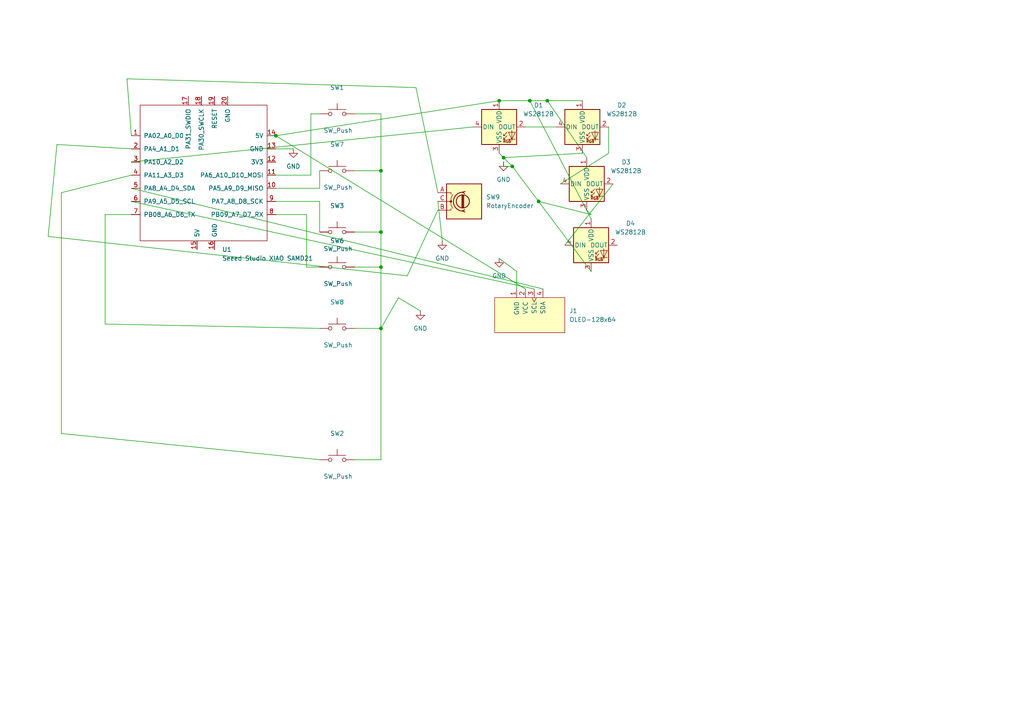
<source format=kicad_sch>
(kicad_sch (version 20231120) (generator "eeschema") (generator_version "8.0")
  (paper "A4")
  (lib_symbols
    (symbol "Device:RotaryEncoder" (pin_names (offset 0.254) hide)
      (property "Reference" "SW" (at 0 6.604 0))
      (property "Value" "RotaryEncoder" (at 0 -6.604 0))
      (symbol "RotaryEncoder_0_1"
        (rectangle (start -5.08 5.08) (end 5.08 -5.08) (stroke (width 0.254)) (fill (type background)))
        (circle (center -3.81 0) (radius 0.254) (fill (type outline)))
        (circle (center -0.381 0) (radius 1.905) (stroke (width 0.254)))
        (arc (start -0.381 2.667) (mid -3.0988 -0.0635) (end -0.381 -2.794) (stroke (width 0.254)))
        (polyline (pts (xy -0.635 -1.778) (xy -0.635 1.778)) (stroke (width 0.254)))
        (polyline (pts (xy -0.381 -1.778) (xy -0.381 1.778)) (stroke (width 0.254)))
        (polyline (pts (xy -0.127 1.778) (xy -0.127 -1.778)) (stroke (width 0.254)))
        (polyline (pts (xy -5.08 -2.54) (xy -3.81 -2.54) (xy -3.81 -2.032)))
        (polyline (pts (xy -5.08 2.54) (xy -3.81 2.54) (xy -3.81 2.032)))
        (polyline (pts (xy 0.254 -3.048) (xy -0.508 -2.794) (xy 0.127 -2.413)) (stroke (width 0.254)))
        (polyline (pts (xy 0.254 2.921) (xy -0.508 2.667) (xy 0.127 2.286)) (stroke (width 0.254)))
        (polyline (pts (xy -5.08 0) (xy -3.81 0) (xy -3.81 -1.016) (xy -3.302 -2.032)))
        (polyline (pts (xy -4.318 0) (xy -3.81 0) (xy -3.81 1.016) (xy -3.302 2.032)))
      )
      (symbol "RotaryEncoder_1_1"
        (pin passive line (at -7.62 2.54 0) (length 2.54) (name "A") (number "A"))
        (pin passive line (at -7.62 -2.54 0) (length 2.54) (name "B") (number "B"))
        (pin passive line (at -7.62 0 0) (length 2.54) (name "C") (number "C"))
      )
    )
    (symbol "LED:WS2812B" (pin_names (offset 0.254))
      (property "Reference" "D" (at 5.08 5.715 0))
      (property "Value" "WS2812B" (at 1.27 -5.715 0))
      (symbol "WS2812B_0_0"
        (text "RGB" (at 2.286 -4.191 0) (effects (font (size 0.762 0.762))))
      )
      (symbol "WS2812B_0_1"
        (polyline (pts (xy 1.27 -3.556) (xy 1.778 -3.556)))
        (polyline (pts (xy 1.27 -2.54) (xy 1.778 -2.54)))
        (polyline (pts (xy 4.699 -3.556) (xy 2.667 -3.556)))
        (polyline (pts (xy 2.286 -2.54) (xy 1.27 -3.556) (xy 1.27 -3.048)))
        (polyline (pts (xy 2.286 -1.524) (xy 1.27 -2.54) (xy 1.27 -2.032)))
        (polyline (pts (xy 3.683 -1.016) (xy 3.683 -3.556) (xy 3.683 -4.064)))
        (polyline (pts (xy 4.699 -1.524) (xy 2.667 -1.524) (xy 3.683 -3.556) (xy 4.699 -1.524)))
        (rectangle (start 5.08 5.08) (end -5.08 -5.08) (stroke (width 0.254)) (fill (type background)))
      )
      (symbol "WS2812B_1_1"
        (pin power_in line (at 0 7.62 270) (length 2.54) (name "VDD") (number "1"))
        (pin output line (at 7.62 0 180) (length 2.54) (name "DOUT") (number "2"))
        (pin power_in line (at 0 -7.62 90) (length 2.54) (name "VSS") (number "3"))
        (pin input line (at -7.62 0 0) (length 2.54) (name "DIN") (number "4"))
      )
    )
    (symbol "Seeed_Studio_XIAO_Series:Seeed Studio XIAO SAMD21" (pin_names (offset 1.016))
      (property "Reference" "U" (at -19.05 22.86 0))
      (property "Value" "Seeed Studio XIAO SAMD21" (at -12.7 21.59 0))
      (symbol "Seeed Studio XIAO SAMD21_0_1"
        (rectangle (start -19.05 20.32) (end 17.78 -19.05))
      )
      (symbol "Seeed Studio XIAO SAMD21_1_1"
        (pin unspecified line (at -21.59 11.43 0) (length 2.54) (name "PA02_A0_D0") (number "1"))
        (pin unspecified line (at 20.32 -3.81 180) (length 2.54) (name "PA5_A9_D9_MISO") (number "10"))
        (pin unspecified line (at 20.32 0 180) (length 2.54) (name "PA6_A10_D10_MOSI") (number "11"))
        (pin unspecified line (at 20.32 3.81 180) (length 2.54) (name "3V3") (number "12"))
        (pin unspecified line (at 20.32 7.62 180) (length 2.54) (name "GND") (number "13"))
        (pin unspecified line (at 20.32 11.43 180) (length 2.54) (name "5V") (number "14"))
        (pin input line (at -2.54 -21.59 90) (length 2.54) (name "5V") (number "15"))
        (pin input line (at 2.54 -21.59 90) (length 2.54) (name "GND") (number "16"))
        (pin input line (at -5.08 22.86 270) (length 2.54) (name "PA31_SWDIO") (number "17"))
        (pin input line (at -1.27 22.86 270) (length 2.54) (name "PA30_SWCLK") (number "18"))
        (pin input line (at 2.54 22.86 270) (length 2.54) (name "RESET") (number "19"))
        (pin unspecified line (at -21.59 7.62 0) (length 2.54) (name "PA4_A1_D1") (number "2"))
        (pin input line (at 6.35 22.86 270) (length 2.54) (name "GND") (number "20"))
        (pin unspecified line (at -21.59 3.81 0) (length 2.54) (name "PA10_A2_D2") (number "3"))
        (pin unspecified line (at -21.59 0 0) (length 2.54) (name "PA11_A3_D3") (number "4"))
        (pin unspecified line (at -21.59 -3.81 0) (length 2.54) (name "PA8_A4_D4_SDA") (number "5"))
        (pin unspecified line (at -21.59 -7.62 0) (length 2.54) (name "PA9_A5_D5_SCL") (number "6"))
        (pin unspecified line (at -21.59 -11.43 0) (length 2.54) (name "PB08_A6_D6_TX") (number "7"))
        (pin unspecified line (at 20.32 -11.43 180) (length 2.54) (name "PB09_A7_D7_RX") (number "8"))
        (pin unspecified line (at 20.32 -7.62 180) (length 2.54) (name "PA7_A8_D8_SCK") (number "9"))
      )
    )
    (symbol "Switch:SW_Push" (pin_numbers hide) (pin_names (offset 1.016) hide)
      (property "Reference" "SW" (at 1.27 2.54 0))
      (property "Value" "SW_Push" (at 0 -1.524 0))
      (symbol "SW_Push_0_1"
        (circle (center -2.032 0) (radius 0.508))
        (polyline (pts (xy 0 1.27) (xy 0 3.048)))
        (polyline (pts (xy 2.54 1.27) (xy -2.54 1.27)))
        (circle (center 2.032 0) (radius 0.508))
        (pin passive line (at -5.08 0 0) (length 2.54) (name "1") (number "1"))
        (pin passive line (at 5.08 0 180) (length 2.54) (name "2") (number "2"))
      )
    )
    (symbol "display:OLED-128x64" (pin_names (offset 1.016))
      (property "Reference" "J" (at 0 -11.43 0))
      (property "Value" "OLED-128x64" (at 0 -7.62 0))
      (symbol "OLED-128x64_0_1"
        (rectangle (start 10.16 -10.16) (end -10.16 0) (fill (type background)))
      )
      (symbol "OLED-128x64_1_1"
        (pin power_in line (at -3.81 2.54 270) (length 2.54) (name "GND") (number "1"))
        (pin power_in line (at -1.27 2.54 270) (length 2.54) (name "VCC") (number "2"))
        (pin input clock (at 1.27 2.54 270) (length 2.54) (name "SCL") (number "3"))
        (pin bidirectional line (at 3.81 2.54 270) (length 2.54) (name "SDA") (number "4"))
      )
    )
    (symbol "power:GND" (power) (pin_numbers hide) (pin_names (offset 0) hide)
      (property "Value" "GND" (at 0 -3.81 0))
      (symbol "GND_0_1"
        (polyline (pts (xy 0 0) (xy 0 -1.27) (xy 1.27 -1.27) (xy 0 -2.54) (xy -1.27 -1.27) (xy 0 -1.27)))
      )
      (symbol "GND_1_1"
        (pin power_in line (at 0 0 270) (length 0) (name "~") (number "1"))
      )
    )
  )
  (junction (at 156.21 58.42))
  (junction (at 153.67 29.21))
  (junction (at 158.75 29.21))
  (junction (at 110.49 95.25))
  (junction (at 144.78 29.21))
  (junction (at 110.49 77.47))
  (junction (at 148.59 48.26))
  (junction (at 110.49 67.31))
  (junction (at 146.05 45.72))
  (junction (at 110.49 49.53))
  (junction (at 80.01 39.37))
  (wire (pts (xy 171.45 62.23) (xy 156.21 58.42)))
  (wire (pts (xy 176.53 36.83) (xy 176.53 44.45)))
  (wire (pts (xy 118.11 80.01) (xy 13.97 68.58)))
  (wire (pts (xy 17.78 55.88) (xy 17.78 125.73)))
  (wire (pts (xy 80.01 54.61) (xy 92.71 54.61)))
  (wire (pts (xy 102.87 133.35) (xy 110.49 133.35)))
  (wire (pts (xy 92.71 58.42) (xy 92.71 67.31)))
  (wire (pts (xy 149.86 78.74) (xy 144.78 74.93)))
  (wire (pts (xy 127 55.88) (xy 120.65 25.4)))
  (wire (pts (xy 16.51 41.91) (xy 38.1 43.18)))
  (wire (pts (xy 156.21 58.42) (xy 148.59 48.26)))
  (wire (pts (xy 153.67 29.21) (xy 144.78 29.21)))
  (wire (pts (xy 102.87 33.02) (xy 110.49 33.02)))
  (wire (pts (xy 102.87 95.25) (xy 110.49 95.25)))
  (wire (pts (xy 110.49 95.25) (xy 110.49 133.35)))
  (wire (pts (xy 152.4 36.83) (xy 161.29 36.83)))
  (wire (pts (xy 38.1 58.42) (xy 154.94 83.82)))
  (wire (pts (xy 13.97 68.58) (xy 16.51 41.91)))
  (wire (pts (xy 168.91 29.21) (xy 158.75 29.21)))
  (wire (pts (xy 176.53 44.45) (xy 162.56 53.34)))
  (wire (pts (xy 146.05 48.26) (xy 146.05 46.99)))
  (wire (pts (xy 38.1 50.8) (xy 17.78 55.88)))
  (wire (pts (xy 38.1 54.61) (xy 157.48 83.82)))
  (wire (pts (xy 170.18 45.72) (xy 158.75 29.21)))
  (wire (pts (xy 171.45 62.23) (xy 170.18 60.96)))
  (wire (pts (xy 85.09 43.18) (xy 80.01 43.18)))
  (wire (pts (xy 88.9 77.47) (xy 92.71 77.47)))
  (wire (pts (xy 92.71 54.61) (xy 92.71 49.53)))
  (wire (pts (xy 110.49 33.02) (xy 110.49 49.53)))
  (wire (pts (xy 90.17 33.02) (xy 92.71 33.02)))
  (wire (pts (xy 80.01 58.42) (xy 92.71 58.42)))
  (wire (pts (xy 88.9 62.23) (xy 88.9 77.47)))
  (wire (pts (xy 149.86 78.74) (xy 149.86 83.82)))
  (wire (pts (xy 80.01 62.23) (xy 88.9 62.23)))
  (wire (pts (xy 30.48 93.98) (xy 92.71 95.25)))
  (wire (pts (xy 30.48 62.23) (xy 30.48 93.98)))
  (wire (pts (xy 171.45 63.5) (xy 153.67 29.21)))
  (wire (pts (xy 144.78 44.45) (xy 146.05 45.72)))
  (wire (pts (xy 80.01 50.8) (xy 90.17 50.8)))
  (wire (pts (xy 158.75 29.21) (xy 153.67 29.21)))
  (wire (pts (xy 115.57 86.36) (xy 110.49 95.25)))
  (wire (pts (xy 146.05 45.72) (xy 148.59 48.26)))
  (wire (pts (xy 120.65 25.4) (xy 36.83 22.86)))
  (wire (pts (xy 177.8 53.34) (xy 163.83 71.12)))
  (wire (pts (xy 110.49 77.47) (xy 110.49 95.25)))
  (wire (pts (xy 115.57 86.36) (xy 121.92 90.17)))
  (wire (pts (xy 17.78 125.73) (xy 92.71 133.35)))
  (wire (pts (xy 168.91 44.45) (xy 146.05 45.72)))
  (wire (pts (xy 102.87 49.53) (xy 110.49 49.53)))
  (wire (pts (xy 127 60.96) (xy 118.11 80.01)))
  (wire (pts (xy 102.87 77.47) (xy 110.49 77.47)))
  (wire (pts (xy 127 58.42) (xy 128.27 69.85)))
  (wire (pts (xy 36.83 22.86) (xy 38.1 39.37)))
  (wire (pts (xy 171.45 78.74) (xy 156.21 58.42)))
  (wire (pts (xy 80.01 39.37) (xy 144.78 29.21)))
  (wire (pts (xy 148.59 48.26) (xy 146.05 48.26)))
  (wire (pts (xy 90.17 50.8) (xy 90.17 33.02)))
  (wire (pts (xy 110.49 49.53) (xy 110.49 67.31)))
  (wire (pts (xy 38.1 46.99) (xy 137.16 36.83)))
  (wire (pts (xy 38.1 62.23) (xy 30.48 62.23)))
  (wire (pts (xy 102.87 67.31) (xy 110.49 67.31)))
  (wire (pts (xy 110.49 67.31) (xy 110.49 77.47)))
  (wire (pts (xy 152.4 83.82) (xy 80.01 39.37)))
  (symbol (lib_id "power:GND") (at 85.09 43.18 0) (unit 1)
    (property "Reference" "#PWR01" (effects (hide yes)))
    (property "Value" "GND" (at 85.09 48.26 0))
    (property "Description" "Power symbol creates a global label with name \"GND\" , ground" (effects (hide yes)))
  )
  (symbol (lib_id "LED:WS2812B") (at 171.45 71.12 0) (unit 1)
    (property "Reference" "D4" (at 182.88 64.8014 0))
    (property "Value" "WS2812B" (at 182.88 67.3414 0))
    (property "Footprint" "LED_SMD:LED_WS2812B_PLCC4_5.0x5.0mm_P3.2mm" (effects (hide yes)))
    (property "Datasheet" "https://cdn-shop.adafruit.com/datasheets/WS2812B.pdf" (effects (hide yes)))
    (property "Description" "RGB LED with integrated controller" (effects (hide yes)))
  )
  (symbol (lib_id "power:GND") (at 121.92 90.17 0) (unit 1)
    (property "Reference" "#PWR02" (effects (hide yes)))
    (property "Value" "GND" (at 121.92 95.25 0))
    (property "Description" "Power symbol creates a global label with name \"GND\" , ground" (effects (hide yes)))
  )
  (symbol (lib_id "Switch:SW_Push") (at 97.79 33.02 0) (unit 1)
    (property "Reference" "SW1" (at 97.79 25.4 0))
    (property "Value" "SW_Push" (at 98.044 37.846 0))
    (property "Footprint" "Button_Switch_Keyboard:SW_Cherry_MX_1.00u_PCB" (effects (hide yes)))
    (property "Description" "Push button switch, generic, two pins" (effects (hide yes)))
  )
  (symbol (lib_id "LED:WS2812B") (at 144.78 36.83 0) (unit 1)
    (property "Reference" "D1" (at 156.21 30.5114 0))
    (property "Value" "WS2812B" (at 156.21 33.0514 0))
    (property "Footprint" "LED_SMD:LED_WS2812B_PLCC4_5.0x5.0mm_P3.2mm" (effects (hide yes)))
    (property "Datasheet" "https://cdn-shop.adafruit.com/datasheets/WS2812B.pdf" (effects (hide yes)))
    (property "Description" "RGB LED with integrated controller" (effects (hide yes)))
  )
  (symbol (lib_id "Switch:SW_Push") (at 97.79 67.31 0) (unit 1)
    (property "Reference" "SW3" (at 97.79 59.69 0))
    (property "Value" "SW_Push" (at 98.044 72.136 0))
    (property "Footprint" "Button_Switch_Keyboard:SW_Cherry_MX_1.00u_PCB" (effects (hide yes)))
    (property "Description" "Push button switch, generic, two pins" (effects (hide yes)))
  )
  (symbol (lib_id "Switch:SW_Push") (at 97.79 95.25 0) (unit 1)
    (property "Reference" "SW8" (at 97.79 87.63 0))
    (property "Value" "SW_Push" (at 98.044 100.076 0))
    (property "Footprint" "Button_Switch_Keyboard:SW_Cherry_MX_1.00u_PCB" (effects (hide yes)))
    (property "Description" "Push button switch, generic, two pins" (effects (hide yes)))
  )
  (symbol (lib_id "Seeed_Studio_XIAO_Series:Seeed Studio XIAO SAMD21") (at 59.69 50.8 0) (unit 1)
    (property "Reference" "U1" (at 64.4241 72.39 0) (effects (justify left)))
    (property "Value" "Seeed Studio XIAO SAMD21" (at 64.4241 74.93 0) (effects (justify left)))
    (property "Footprint" "Seeed Studio XIAO Series Library:XIAO-Generic-Thruhole-14P-2.54-21X17.8MM" (effects (hide yes)))
  )
  (symbol (lib_id "power:GND") (at 144.78 74.93 0) (unit 1)
    (property "Reference" "#PWR04" (effects (hide yes)))
    (property "Value" "GND" (at 144.78 80.01 0))
    (property "Description" "Power symbol creates a global label with name \"GND\" , ground" (effects (hide yes)))
  )
  (symbol (lib_id "power:GND") (at 146.05 46.99 0) (unit 1)
    (property "Reference" "#PWR05" (effects (hide yes)))
    (property "Value" "GND" (at 146.05 52.07 0))
    (property "Description" "Power symbol creates a global label with name \"GND\" , ground" (effects (hide yes)))
  )
  (symbol (lib_id "Switch:SW_Push") (at 97.79 77.47 0) (unit 1)
    (property "Reference" "SW6" (at 97.79 69.85 0))
    (property "Value" "SW_Push" (at 98.044 82.296 0))
    (property "Footprint" "Button_Switch_Keyboard:SW_Cherry_MX_1.00u_PCB" (effects (hide yes)))
    (property "Description" "Push button switch, generic, two pins" (effects (hide yes)))
  )
  (symbol (lib_id "display:OLED-128x64") (at 153.67 86.36 0) (unit 1)
    (property "Reference" "J1" (at 165.1 90.1699 0) (effects (justify left)))
    (property "Value" "OLED-128x64" (at 165.1 92.7099 0) (effects (justify left)))
    (property "Footprint" "SSD1306:128x64OLED" (effects (hide yes)))
  )
  (symbol (lib_id "LED:WS2812B") (at 170.18 53.34 0) (unit 1)
    (property "Reference" "D3" (at 181.61 47.0214 0))
    (property "Value" "WS2812B" (at 181.61 49.5614 0))
    (property "Footprint" "LED_SMD:LED_WS2812B_PLCC4_5.0x5.0mm_P3.2mm" (effects (hide yes)))
    (property "Datasheet" "https://cdn-shop.adafruit.com/datasheets/WS2812B.pdf" (effects (hide yes)))
    (property "Description" "RGB LED with integrated controller" (effects (hide yes)))
  )
  (symbol (lib_id "Switch:SW_Push") (at 97.79 49.53 0) (unit 1)
    (property "Reference" "SW7" (at 97.79 41.91 0))
    (property "Value" "SW_Push" (at 98.044 54.356 0))
    (property "Footprint" "Button_Switch_Keyboard:SW_Cherry_MX_1.00u_PCB" (effects (hide yes)))
    (property "Description" "Push button switch, generic, two pins" (effects (hide yes)))
  )
  (symbol (lib_id "power:GND") (at 128.27 69.85 0) (unit 1)
    (property "Reference" "#PWR03" (effects (hide yes)))
    (property "Value" "GND" (at 128.27 74.93 0))
    (property "Description" "Power symbol creates a global label with name \"GND\" , ground" (effects (hide yes)))
  )
  (symbol (lib_id "Device:RotaryEncoder") (at 134.62 58.42 0) (unit 1)
    (property "Reference" "SW9" (at 140.97 57.1499 0) (effects (justify left)))
    (property "Value" "RotaryEncoder" (at 140.97 59.6899 0) (effects (justify left)))
    (property "Footprint" "Rotary_Encoder:RotaryEncoder_Alps_EC11E-Switch_Vertical_H20mm" (effects (hide yes)))
    (property "Description" "Rotary encoder, dual channel, incremental quadrate outputs" (effects (hide yes)))
  )
  (symbol (lib_id "Switch:SW_Push") (at 97.79 133.35 0) (unit 1)
    (property "Reference" "SW2" (at 97.79 125.73 0))
    (property "Value" "SW_Push" (at 98.044 138.176 0))
    (property "Footprint" "Button_Switch_Keyboard:SW_Cherry_MX_1.00u_PCB" (effects (hide yes)))
    (property "Description" "Push button switch, generic, two pins" (effects (hide yes)))
  )
  (symbol (lib_id "LED:WS2812B") (at 168.91 36.83 0) (unit 1)
    (property "Reference" "D2" (at 180.34 30.5114 0))
    (property "Value" "WS2812B" (at 180.34 33.0514 0))
    (property "Footprint" "LED_SMD:LED_WS2812B_PLCC4_5.0x5.0mm_P3.2mm" (effects (hide yes)))
    (property "Datasheet" "https://cdn-shop.adafruit.com/datasheets/WS2812B.pdf" (effects (hide yes)))
    (property "Description" "RGB LED with integrated controller" (effects (hide yes)))
  )
)
</source>
